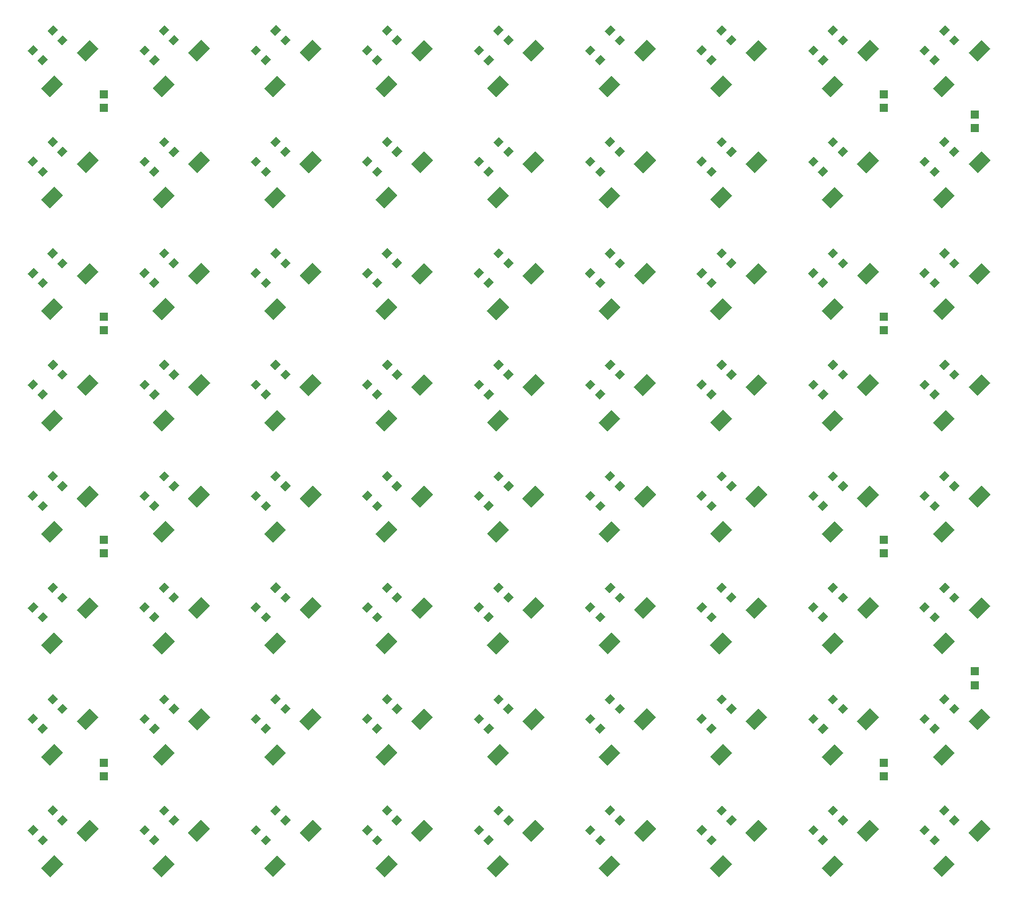
<source format=gbr>
G04 EAGLE Gerber RS-274X export*
G75*
%MOMM*%
%FSLAX34Y34*%
%LPD*%
%INSolderpaste Top*%
%IPPOS*%
%AMOC8*
5,1,8,0,0,1.08239X$1,22.5*%
G01*
%ADD10R,1.000000X1.100000*%
%ADD11R,0.850000X1.000000*%
%ADD12R,2.300000X1.600000*%


D10*
X105070Y994630D03*
X105070Y1011630D03*
X1085070Y994630D03*
X1085070Y1011630D03*
X105070Y714630D03*
X105070Y731630D03*
X1085070Y714630D03*
X1085070Y731630D03*
X105070Y434630D03*
X105070Y451630D03*
X1085070Y434630D03*
X1085070Y451630D03*
X1085070Y154630D03*
X1085070Y171630D03*
X105070Y154630D03*
X105070Y171630D03*
X1199670Y269230D03*
X1199670Y286230D03*
X1199670Y969230D03*
X1199670Y986230D03*
D11*
G36*
X17038Y1073483D02*
X23048Y1067473D01*
X15978Y1060403D01*
X9968Y1066413D01*
X17038Y1073483D01*
G37*
G36*
X41787Y1098232D02*
X47797Y1092222D01*
X40727Y1085152D01*
X34717Y1091162D01*
X41787Y1098232D01*
G37*
G36*
X29413Y1061108D02*
X35423Y1055098D01*
X28353Y1048028D01*
X22343Y1054038D01*
X29413Y1061108D01*
G37*
G36*
X54162Y1085857D02*
X60172Y1079847D01*
X53102Y1072777D01*
X47092Y1078787D01*
X54162Y1085857D01*
G37*
G36*
X893102Y932777D02*
X887092Y938787D01*
X894162Y945857D01*
X900172Y939847D01*
X893102Y932777D01*
G37*
G36*
X868353Y908028D02*
X862343Y914038D01*
X869413Y921108D01*
X875423Y915098D01*
X868353Y908028D01*
G37*
G36*
X880727Y945152D02*
X874717Y951162D01*
X881787Y958232D01*
X887797Y952222D01*
X880727Y945152D01*
G37*
G36*
X855978Y920403D02*
X849968Y926413D01*
X857038Y933483D01*
X863048Y927473D01*
X855978Y920403D01*
G37*
G36*
X753102Y932777D02*
X747092Y938787D01*
X754162Y945857D01*
X760172Y939847D01*
X753102Y932777D01*
G37*
G36*
X728353Y908028D02*
X722343Y914038D01*
X729413Y921108D01*
X735423Y915098D01*
X728353Y908028D01*
G37*
G36*
X740727Y945152D02*
X734717Y951162D01*
X741787Y958232D01*
X747797Y952222D01*
X740727Y945152D01*
G37*
G36*
X715978Y920403D02*
X709968Y926413D01*
X717038Y933483D01*
X723048Y927473D01*
X715978Y920403D01*
G37*
G36*
X613102Y932777D02*
X607092Y938787D01*
X614162Y945857D01*
X620172Y939847D01*
X613102Y932777D01*
G37*
G36*
X588353Y908028D02*
X582343Y914038D01*
X589413Y921108D01*
X595423Y915098D01*
X588353Y908028D01*
G37*
G36*
X600727Y945152D02*
X594717Y951162D01*
X601787Y958232D01*
X607797Y952222D01*
X600727Y945152D01*
G37*
G36*
X575978Y920403D02*
X569968Y926413D01*
X577038Y933483D01*
X583048Y927473D01*
X575978Y920403D01*
G37*
G36*
X473102Y932777D02*
X467092Y938787D01*
X474162Y945857D01*
X480172Y939847D01*
X473102Y932777D01*
G37*
G36*
X448353Y908028D02*
X442343Y914038D01*
X449413Y921108D01*
X455423Y915098D01*
X448353Y908028D01*
G37*
G36*
X460727Y945152D02*
X454717Y951162D01*
X461787Y958232D01*
X467797Y952222D01*
X460727Y945152D01*
G37*
G36*
X435978Y920403D02*
X429968Y926413D01*
X437038Y933483D01*
X443048Y927473D01*
X435978Y920403D01*
G37*
G36*
X333102Y932777D02*
X327092Y938787D01*
X334162Y945857D01*
X340172Y939847D01*
X333102Y932777D01*
G37*
G36*
X308353Y908028D02*
X302343Y914038D01*
X309413Y921108D01*
X315423Y915098D01*
X308353Y908028D01*
G37*
G36*
X320727Y945152D02*
X314717Y951162D01*
X321787Y958232D01*
X327797Y952222D01*
X320727Y945152D01*
G37*
G36*
X295978Y920403D02*
X289968Y926413D01*
X297038Y933483D01*
X303048Y927473D01*
X295978Y920403D01*
G37*
G36*
X193102Y932777D02*
X187092Y938787D01*
X194162Y945857D01*
X200172Y939847D01*
X193102Y932777D01*
G37*
G36*
X168353Y908028D02*
X162343Y914038D01*
X169413Y921108D01*
X175423Y915098D01*
X168353Y908028D01*
G37*
G36*
X180727Y945152D02*
X174717Y951162D01*
X181787Y958232D01*
X187797Y952222D01*
X180727Y945152D01*
G37*
G36*
X155978Y920403D02*
X149968Y926413D01*
X157038Y933483D01*
X163048Y927473D01*
X155978Y920403D01*
G37*
G36*
X53102Y932777D02*
X47092Y938787D01*
X54162Y945857D01*
X60172Y939847D01*
X53102Y932777D01*
G37*
G36*
X28353Y908028D02*
X22343Y914038D01*
X29413Y921108D01*
X35423Y915098D01*
X28353Y908028D01*
G37*
G36*
X40727Y945152D02*
X34717Y951162D01*
X41787Y958232D01*
X47797Y952222D01*
X40727Y945152D01*
G37*
G36*
X15978Y920403D02*
X9968Y926413D01*
X17038Y933483D01*
X23048Y927473D01*
X15978Y920403D01*
G37*
G36*
X17038Y793483D02*
X23048Y787473D01*
X15978Y780403D01*
X9968Y786413D01*
X17038Y793483D01*
G37*
G36*
X41787Y818232D02*
X47797Y812222D01*
X40727Y805152D01*
X34717Y811162D01*
X41787Y818232D01*
G37*
G36*
X29413Y781108D02*
X35423Y775098D01*
X28353Y768028D01*
X22343Y774038D01*
X29413Y781108D01*
G37*
G36*
X54162Y805857D02*
X60172Y799847D01*
X53102Y792777D01*
X47092Y798787D01*
X54162Y805857D01*
G37*
G36*
X157038Y793483D02*
X163048Y787473D01*
X155978Y780403D01*
X149968Y786413D01*
X157038Y793483D01*
G37*
G36*
X181787Y818232D02*
X187797Y812222D01*
X180727Y805152D01*
X174717Y811162D01*
X181787Y818232D01*
G37*
G36*
X169413Y781108D02*
X175423Y775098D01*
X168353Y768028D01*
X162343Y774038D01*
X169413Y781108D01*
G37*
G36*
X194162Y805857D02*
X200172Y799847D01*
X193102Y792777D01*
X187092Y798787D01*
X194162Y805857D01*
G37*
G36*
X297038Y793483D02*
X303048Y787473D01*
X295978Y780403D01*
X289968Y786413D01*
X297038Y793483D01*
G37*
G36*
X321787Y818232D02*
X327797Y812222D01*
X320727Y805152D01*
X314717Y811162D01*
X321787Y818232D01*
G37*
G36*
X309413Y781108D02*
X315423Y775098D01*
X308353Y768028D01*
X302343Y774038D01*
X309413Y781108D01*
G37*
G36*
X334162Y805857D02*
X340172Y799847D01*
X333102Y792777D01*
X327092Y798787D01*
X334162Y805857D01*
G37*
G36*
X157038Y1073483D02*
X163048Y1067473D01*
X155978Y1060403D01*
X149968Y1066413D01*
X157038Y1073483D01*
G37*
G36*
X181787Y1098232D02*
X187797Y1092222D01*
X180727Y1085152D01*
X174717Y1091162D01*
X181787Y1098232D01*
G37*
G36*
X169413Y1061108D02*
X175423Y1055098D01*
X168353Y1048028D01*
X162343Y1054038D01*
X169413Y1061108D01*
G37*
G36*
X194162Y1085857D02*
X200172Y1079847D01*
X193102Y1072777D01*
X187092Y1078787D01*
X194162Y1085857D01*
G37*
G36*
X437038Y793483D02*
X443048Y787473D01*
X435978Y780403D01*
X429968Y786413D01*
X437038Y793483D01*
G37*
G36*
X461787Y818232D02*
X467797Y812222D01*
X460727Y805152D01*
X454717Y811162D01*
X461787Y818232D01*
G37*
G36*
X449413Y781108D02*
X455423Y775098D01*
X448353Y768028D01*
X442343Y774038D01*
X449413Y781108D01*
G37*
G36*
X474162Y805857D02*
X480172Y799847D01*
X473102Y792777D01*
X467092Y798787D01*
X474162Y805857D01*
G37*
G36*
X577038Y793483D02*
X583048Y787473D01*
X575978Y780403D01*
X569968Y786413D01*
X577038Y793483D01*
G37*
G36*
X601787Y818232D02*
X607797Y812222D01*
X600727Y805152D01*
X594717Y811162D01*
X601787Y818232D01*
G37*
G36*
X589413Y781108D02*
X595423Y775098D01*
X588353Y768028D01*
X582343Y774038D01*
X589413Y781108D01*
G37*
G36*
X614162Y805857D02*
X620172Y799847D01*
X613102Y792777D01*
X607092Y798787D01*
X614162Y805857D01*
G37*
G36*
X717038Y793483D02*
X723048Y787473D01*
X715978Y780403D01*
X709968Y786413D01*
X717038Y793483D01*
G37*
G36*
X741787Y818232D02*
X747797Y812222D01*
X740727Y805152D01*
X734717Y811162D01*
X741787Y818232D01*
G37*
G36*
X729413Y781108D02*
X735423Y775098D01*
X728353Y768028D01*
X722343Y774038D01*
X729413Y781108D01*
G37*
G36*
X754162Y805857D02*
X760172Y799847D01*
X753102Y792777D01*
X747092Y798787D01*
X754162Y805857D01*
G37*
G36*
X857038Y793483D02*
X863048Y787473D01*
X855978Y780403D01*
X849968Y786413D01*
X857038Y793483D01*
G37*
G36*
X881787Y818232D02*
X887797Y812222D01*
X880727Y805152D01*
X874717Y811162D01*
X881787Y818232D01*
G37*
G36*
X869413Y781108D02*
X875423Y775098D01*
X868353Y768028D01*
X862343Y774038D01*
X869413Y781108D01*
G37*
G36*
X894162Y805857D02*
X900172Y799847D01*
X893102Y792777D01*
X887092Y798787D01*
X894162Y805857D01*
G37*
G36*
X997038Y793483D02*
X1003048Y787473D01*
X995978Y780403D01*
X989968Y786413D01*
X997038Y793483D01*
G37*
G36*
X1021787Y818232D02*
X1027797Y812222D01*
X1020727Y805152D01*
X1014717Y811162D01*
X1021787Y818232D01*
G37*
G36*
X1009413Y781108D02*
X1015423Y775098D01*
X1008353Y768028D01*
X1002343Y774038D01*
X1009413Y781108D01*
G37*
G36*
X1034162Y805857D02*
X1040172Y799847D01*
X1033102Y792777D01*
X1027092Y798787D01*
X1034162Y805857D01*
G37*
G36*
X1033102Y652777D02*
X1027092Y658787D01*
X1034162Y665857D01*
X1040172Y659847D01*
X1033102Y652777D01*
G37*
G36*
X1008353Y628028D02*
X1002343Y634038D01*
X1009413Y641108D01*
X1015423Y635098D01*
X1008353Y628028D01*
G37*
G36*
X1020727Y665152D02*
X1014717Y671162D01*
X1021787Y678232D01*
X1027797Y672222D01*
X1020727Y665152D01*
G37*
G36*
X995978Y640403D02*
X989968Y646413D01*
X997038Y653483D01*
X1003048Y647473D01*
X995978Y640403D01*
G37*
G36*
X893102Y652777D02*
X887092Y658787D01*
X894162Y665857D01*
X900172Y659847D01*
X893102Y652777D01*
G37*
G36*
X868353Y628028D02*
X862343Y634038D01*
X869413Y641108D01*
X875423Y635098D01*
X868353Y628028D01*
G37*
G36*
X880727Y665152D02*
X874717Y671162D01*
X881787Y678232D01*
X887797Y672222D01*
X880727Y665152D01*
G37*
G36*
X855978Y640403D02*
X849968Y646413D01*
X857038Y653483D01*
X863048Y647473D01*
X855978Y640403D01*
G37*
G36*
X753102Y652777D02*
X747092Y658787D01*
X754162Y665857D01*
X760172Y659847D01*
X753102Y652777D01*
G37*
G36*
X728353Y628028D02*
X722343Y634038D01*
X729413Y641108D01*
X735423Y635098D01*
X728353Y628028D01*
G37*
G36*
X740727Y665152D02*
X734717Y671162D01*
X741787Y678232D01*
X747797Y672222D01*
X740727Y665152D01*
G37*
G36*
X715978Y640403D02*
X709968Y646413D01*
X717038Y653483D01*
X723048Y647473D01*
X715978Y640403D01*
G37*
G36*
X613102Y652777D02*
X607092Y658787D01*
X614162Y665857D01*
X620172Y659847D01*
X613102Y652777D01*
G37*
G36*
X588353Y628028D02*
X582343Y634038D01*
X589413Y641108D01*
X595423Y635098D01*
X588353Y628028D01*
G37*
G36*
X600727Y665152D02*
X594717Y671162D01*
X601787Y678232D01*
X607797Y672222D01*
X600727Y665152D01*
G37*
G36*
X575978Y640403D02*
X569968Y646413D01*
X577038Y653483D01*
X583048Y647473D01*
X575978Y640403D01*
G37*
G36*
X473102Y652777D02*
X467092Y658787D01*
X474162Y665857D01*
X480172Y659847D01*
X473102Y652777D01*
G37*
G36*
X448353Y628028D02*
X442343Y634038D01*
X449413Y641108D01*
X455423Y635098D01*
X448353Y628028D01*
G37*
G36*
X460727Y665152D02*
X454717Y671162D01*
X461787Y678232D01*
X467797Y672222D01*
X460727Y665152D01*
G37*
G36*
X435978Y640403D02*
X429968Y646413D01*
X437038Y653483D01*
X443048Y647473D01*
X435978Y640403D01*
G37*
G36*
X297038Y1073483D02*
X303048Y1067473D01*
X295978Y1060403D01*
X289968Y1066413D01*
X297038Y1073483D01*
G37*
G36*
X321787Y1098232D02*
X327797Y1092222D01*
X320727Y1085152D01*
X314717Y1091162D01*
X321787Y1098232D01*
G37*
G36*
X309413Y1061108D02*
X315423Y1055098D01*
X308353Y1048028D01*
X302343Y1054038D01*
X309413Y1061108D01*
G37*
G36*
X334162Y1085857D02*
X340172Y1079847D01*
X333102Y1072777D01*
X327092Y1078787D01*
X334162Y1085857D01*
G37*
G36*
X333102Y652777D02*
X327092Y658787D01*
X334162Y665857D01*
X340172Y659847D01*
X333102Y652777D01*
G37*
G36*
X308353Y628028D02*
X302343Y634038D01*
X309413Y641108D01*
X315423Y635098D01*
X308353Y628028D01*
G37*
G36*
X320727Y665152D02*
X314717Y671162D01*
X321787Y678232D01*
X327797Y672222D01*
X320727Y665152D01*
G37*
G36*
X295978Y640403D02*
X289968Y646413D01*
X297038Y653483D01*
X303048Y647473D01*
X295978Y640403D01*
G37*
G36*
X193102Y652777D02*
X187092Y658787D01*
X194162Y665857D01*
X200172Y659847D01*
X193102Y652777D01*
G37*
G36*
X168353Y628028D02*
X162343Y634038D01*
X169413Y641108D01*
X175423Y635098D01*
X168353Y628028D01*
G37*
G36*
X180727Y665152D02*
X174717Y671162D01*
X181787Y678232D01*
X187797Y672222D01*
X180727Y665152D01*
G37*
G36*
X155978Y640403D02*
X149968Y646413D01*
X157038Y653483D01*
X163048Y647473D01*
X155978Y640403D01*
G37*
G36*
X53102Y652777D02*
X47092Y658787D01*
X54162Y665857D01*
X60172Y659847D01*
X53102Y652777D01*
G37*
G36*
X28353Y628028D02*
X22343Y634038D01*
X29413Y641108D01*
X35423Y635098D01*
X28353Y628028D01*
G37*
G36*
X40727Y665152D02*
X34717Y671162D01*
X41787Y678232D01*
X47797Y672222D01*
X40727Y665152D01*
G37*
G36*
X15978Y640403D02*
X9968Y646413D01*
X17038Y653483D01*
X23048Y647473D01*
X15978Y640403D01*
G37*
G36*
X17038Y513483D02*
X23048Y507473D01*
X15978Y500403D01*
X9968Y506413D01*
X17038Y513483D01*
G37*
G36*
X41787Y538232D02*
X47797Y532222D01*
X40727Y525152D01*
X34717Y531162D01*
X41787Y538232D01*
G37*
G36*
X29413Y501108D02*
X35423Y495098D01*
X28353Y488028D01*
X22343Y494038D01*
X29413Y501108D01*
G37*
G36*
X54162Y525857D02*
X60172Y519847D01*
X53102Y512777D01*
X47092Y518787D01*
X54162Y525857D01*
G37*
G36*
X157038Y513483D02*
X163048Y507473D01*
X155978Y500403D01*
X149968Y506413D01*
X157038Y513483D01*
G37*
G36*
X181787Y538232D02*
X187797Y532222D01*
X180727Y525152D01*
X174717Y531162D01*
X181787Y538232D01*
G37*
G36*
X169413Y501108D02*
X175423Y495098D01*
X168353Y488028D01*
X162343Y494038D01*
X169413Y501108D01*
G37*
G36*
X194162Y525857D02*
X200172Y519847D01*
X193102Y512777D01*
X187092Y518787D01*
X194162Y525857D01*
G37*
G36*
X297038Y513483D02*
X303048Y507473D01*
X295978Y500403D01*
X289968Y506413D01*
X297038Y513483D01*
G37*
G36*
X321787Y538232D02*
X327797Y532222D01*
X320727Y525152D01*
X314717Y531162D01*
X321787Y538232D01*
G37*
G36*
X309413Y501108D02*
X315423Y495098D01*
X308353Y488028D01*
X302343Y494038D01*
X309413Y501108D01*
G37*
G36*
X334162Y525857D02*
X340172Y519847D01*
X333102Y512777D01*
X327092Y518787D01*
X334162Y525857D01*
G37*
G36*
X437038Y513483D02*
X443048Y507473D01*
X435978Y500403D01*
X429968Y506413D01*
X437038Y513483D01*
G37*
G36*
X461787Y538232D02*
X467797Y532222D01*
X460727Y525152D01*
X454717Y531162D01*
X461787Y538232D01*
G37*
G36*
X449413Y501108D02*
X455423Y495098D01*
X448353Y488028D01*
X442343Y494038D01*
X449413Y501108D01*
G37*
G36*
X474162Y525857D02*
X480172Y519847D01*
X473102Y512777D01*
X467092Y518787D01*
X474162Y525857D01*
G37*
G36*
X577038Y513483D02*
X583048Y507473D01*
X575978Y500403D01*
X569968Y506413D01*
X577038Y513483D01*
G37*
G36*
X601787Y538232D02*
X607797Y532222D01*
X600727Y525152D01*
X594717Y531162D01*
X601787Y538232D01*
G37*
G36*
X589413Y501108D02*
X595423Y495098D01*
X588353Y488028D01*
X582343Y494038D01*
X589413Y501108D01*
G37*
G36*
X614162Y525857D02*
X620172Y519847D01*
X613102Y512777D01*
X607092Y518787D01*
X614162Y525857D01*
G37*
G36*
X717038Y513483D02*
X723048Y507473D01*
X715978Y500403D01*
X709968Y506413D01*
X717038Y513483D01*
G37*
G36*
X741787Y538232D02*
X747797Y532222D01*
X740727Y525152D01*
X734717Y531162D01*
X741787Y538232D01*
G37*
G36*
X729413Y501108D02*
X735423Y495098D01*
X728353Y488028D01*
X722343Y494038D01*
X729413Y501108D01*
G37*
G36*
X754162Y525857D02*
X760172Y519847D01*
X753102Y512777D01*
X747092Y518787D01*
X754162Y525857D01*
G37*
G36*
X857038Y513483D02*
X863048Y507473D01*
X855978Y500403D01*
X849968Y506413D01*
X857038Y513483D01*
G37*
G36*
X881787Y538232D02*
X887797Y532222D01*
X880727Y525152D01*
X874717Y531162D01*
X881787Y538232D01*
G37*
G36*
X869413Y501108D02*
X875423Y495098D01*
X868353Y488028D01*
X862343Y494038D01*
X869413Y501108D01*
G37*
G36*
X894162Y525857D02*
X900172Y519847D01*
X893102Y512777D01*
X887092Y518787D01*
X894162Y525857D01*
G37*
G36*
X437038Y1073483D02*
X443048Y1067473D01*
X435978Y1060403D01*
X429968Y1066413D01*
X437038Y1073483D01*
G37*
G36*
X461787Y1098232D02*
X467797Y1092222D01*
X460727Y1085152D01*
X454717Y1091162D01*
X461787Y1098232D01*
G37*
G36*
X449413Y1061108D02*
X455423Y1055098D01*
X448353Y1048028D01*
X442343Y1054038D01*
X449413Y1061108D01*
G37*
G36*
X474162Y1085857D02*
X480172Y1079847D01*
X473102Y1072777D01*
X467092Y1078787D01*
X474162Y1085857D01*
G37*
G36*
X997038Y513483D02*
X1003048Y507473D01*
X995978Y500403D01*
X989968Y506413D01*
X997038Y513483D01*
G37*
G36*
X1021787Y538232D02*
X1027797Y532222D01*
X1020727Y525152D01*
X1014717Y531162D01*
X1021787Y538232D01*
G37*
G36*
X1009413Y501108D02*
X1015423Y495098D01*
X1008353Y488028D01*
X1002343Y494038D01*
X1009413Y501108D01*
G37*
G36*
X1034162Y525857D02*
X1040172Y519847D01*
X1033102Y512777D01*
X1027092Y518787D01*
X1034162Y525857D01*
G37*
G36*
X1033102Y372777D02*
X1027092Y378787D01*
X1034162Y385857D01*
X1040172Y379847D01*
X1033102Y372777D01*
G37*
G36*
X1008353Y348028D02*
X1002343Y354038D01*
X1009413Y361108D01*
X1015423Y355098D01*
X1008353Y348028D01*
G37*
G36*
X1020727Y385152D02*
X1014717Y391162D01*
X1021787Y398232D01*
X1027797Y392222D01*
X1020727Y385152D01*
G37*
G36*
X995978Y360403D02*
X989968Y366413D01*
X997038Y373483D01*
X1003048Y367473D01*
X995978Y360403D01*
G37*
G36*
X893102Y372777D02*
X887092Y378787D01*
X894162Y385857D01*
X900172Y379847D01*
X893102Y372777D01*
G37*
G36*
X868353Y348028D02*
X862343Y354038D01*
X869413Y361108D01*
X875423Y355098D01*
X868353Y348028D01*
G37*
G36*
X880727Y385152D02*
X874717Y391162D01*
X881787Y398232D01*
X887797Y392222D01*
X880727Y385152D01*
G37*
G36*
X855978Y360403D02*
X849968Y366413D01*
X857038Y373483D01*
X863048Y367473D01*
X855978Y360403D01*
G37*
G36*
X753102Y372777D02*
X747092Y378787D01*
X754162Y385857D01*
X760172Y379847D01*
X753102Y372777D01*
G37*
G36*
X728353Y348028D02*
X722343Y354038D01*
X729413Y361108D01*
X735423Y355098D01*
X728353Y348028D01*
G37*
G36*
X740727Y385152D02*
X734717Y391162D01*
X741787Y398232D01*
X747797Y392222D01*
X740727Y385152D01*
G37*
G36*
X715978Y360403D02*
X709968Y366413D01*
X717038Y373483D01*
X723048Y367473D01*
X715978Y360403D01*
G37*
G36*
X613102Y372777D02*
X607092Y378787D01*
X614162Y385857D01*
X620172Y379847D01*
X613102Y372777D01*
G37*
G36*
X588353Y348028D02*
X582343Y354038D01*
X589413Y361108D01*
X595423Y355098D01*
X588353Y348028D01*
G37*
G36*
X600727Y385152D02*
X594717Y391162D01*
X601787Y398232D01*
X607797Y392222D01*
X600727Y385152D01*
G37*
G36*
X575978Y360403D02*
X569968Y366413D01*
X577038Y373483D01*
X583048Y367473D01*
X575978Y360403D01*
G37*
G36*
X473102Y372777D02*
X467092Y378787D01*
X474162Y385857D01*
X480172Y379847D01*
X473102Y372777D01*
G37*
G36*
X448353Y348028D02*
X442343Y354038D01*
X449413Y361108D01*
X455423Y355098D01*
X448353Y348028D01*
G37*
G36*
X460727Y385152D02*
X454717Y391162D01*
X461787Y398232D01*
X467797Y392222D01*
X460727Y385152D01*
G37*
G36*
X435978Y360403D02*
X429968Y366413D01*
X437038Y373483D01*
X443048Y367473D01*
X435978Y360403D01*
G37*
G36*
X333102Y372777D02*
X327092Y378787D01*
X334162Y385857D01*
X340172Y379847D01*
X333102Y372777D01*
G37*
G36*
X308353Y348028D02*
X302343Y354038D01*
X309413Y361108D01*
X315423Y355098D01*
X308353Y348028D01*
G37*
G36*
X320727Y385152D02*
X314717Y391162D01*
X321787Y398232D01*
X327797Y392222D01*
X320727Y385152D01*
G37*
G36*
X295978Y360403D02*
X289968Y366413D01*
X297038Y373483D01*
X303048Y367473D01*
X295978Y360403D01*
G37*
G36*
X193102Y372777D02*
X187092Y378787D01*
X194162Y385857D01*
X200172Y379847D01*
X193102Y372777D01*
G37*
G36*
X168353Y348028D02*
X162343Y354038D01*
X169413Y361108D01*
X175423Y355098D01*
X168353Y348028D01*
G37*
G36*
X180727Y385152D02*
X174717Y391162D01*
X181787Y398232D01*
X187797Y392222D01*
X180727Y385152D01*
G37*
G36*
X155978Y360403D02*
X149968Y366413D01*
X157038Y373483D01*
X163048Y367473D01*
X155978Y360403D01*
G37*
G36*
X53102Y372777D02*
X47092Y378787D01*
X54162Y385857D01*
X60172Y379847D01*
X53102Y372777D01*
G37*
G36*
X28353Y348028D02*
X22343Y354038D01*
X29413Y361108D01*
X35423Y355098D01*
X28353Y348028D01*
G37*
G36*
X40727Y385152D02*
X34717Y391162D01*
X41787Y398232D01*
X47797Y392222D01*
X40727Y385152D01*
G37*
G36*
X15978Y360403D02*
X9968Y366413D01*
X17038Y373483D01*
X23048Y367473D01*
X15978Y360403D01*
G37*
G36*
X17038Y233483D02*
X23048Y227473D01*
X15978Y220403D01*
X9968Y226413D01*
X17038Y233483D01*
G37*
G36*
X41787Y258232D02*
X47797Y252222D01*
X40727Y245152D01*
X34717Y251162D01*
X41787Y258232D01*
G37*
G36*
X29413Y221108D02*
X35423Y215098D01*
X28353Y208028D01*
X22343Y214038D01*
X29413Y221108D01*
G37*
G36*
X54162Y245857D02*
X60172Y239847D01*
X53102Y232777D01*
X47092Y238787D01*
X54162Y245857D01*
G37*
G36*
X577038Y1073483D02*
X583048Y1067473D01*
X575978Y1060403D01*
X569968Y1066413D01*
X577038Y1073483D01*
G37*
G36*
X601787Y1098232D02*
X607797Y1092222D01*
X600727Y1085152D01*
X594717Y1091162D01*
X601787Y1098232D01*
G37*
G36*
X589413Y1061108D02*
X595423Y1055098D01*
X588353Y1048028D01*
X582343Y1054038D01*
X589413Y1061108D01*
G37*
G36*
X614162Y1085857D02*
X620172Y1079847D01*
X613102Y1072777D01*
X607092Y1078787D01*
X614162Y1085857D01*
G37*
G36*
X157038Y233483D02*
X163048Y227473D01*
X155978Y220403D01*
X149968Y226413D01*
X157038Y233483D01*
G37*
G36*
X181787Y258232D02*
X187797Y252222D01*
X180727Y245152D01*
X174717Y251162D01*
X181787Y258232D01*
G37*
G36*
X169413Y221108D02*
X175423Y215098D01*
X168353Y208028D01*
X162343Y214038D01*
X169413Y221108D01*
G37*
G36*
X194162Y245857D02*
X200172Y239847D01*
X193102Y232777D01*
X187092Y238787D01*
X194162Y245857D01*
G37*
G36*
X297038Y233483D02*
X303048Y227473D01*
X295978Y220403D01*
X289968Y226413D01*
X297038Y233483D01*
G37*
G36*
X321787Y258232D02*
X327797Y252222D01*
X320727Y245152D01*
X314717Y251162D01*
X321787Y258232D01*
G37*
G36*
X309413Y221108D02*
X315423Y215098D01*
X308353Y208028D01*
X302343Y214038D01*
X309413Y221108D01*
G37*
G36*
X334162Y245857D02*
X340172Y239847D01*
X333102Y232777D01*
X327092Y238787D01*
X334162Y245857D01*
G37*
G36*
X437038Y233483D02*
X443048Y227473D01*
X435978Y220403D01*
X429968Y226413D01*
X437038Y233483D01*
G37*
G36*
X461787Y258232D02*
X467797Y252222D01*
X460727Y245152D01*
X454717Y251162D01*
X461787Y258232D01*
G37*
G36*
X449413Y221108D02*
X455423Y215098D01*
X448353Y208028D01*
X442343Y214038D01*
X449413Y221108D01*
G37*
G36*
X474162Y245857D02*
X480172Y239847D01*
X473102Y232777D01*
X467092Y238787D01*
X474162Y245857D01*
G37*
G36*
X577038Y233483D02*
X583048Y227473D01*
X575978Y220403D01*
X569968Y226413D01*
X577038Y233483D01*
G37*
G36*
X601787Y258232D02*
X607797Y252222D01*
X600727Y245152D01*
X594717Y251162D01*
X601787Y258232D01*
G37*
G36*
X589413Y221108D02*
X595423Y215098D01*
X588353Y208028D01*
X582343Y214038D01*
X589413Y221108D01*
G37*
G36*
X614162Y245857D02*
X620172Y239847D01*
X613102Y232777D01*
X607092Y238787D01*
X614162Y245857D01*
G37*
G36*
X717038Y233483D02*
X723048Y227473D01*
X715978Y220403D01*
X709968Y226413D01*
X717038Y233483D01*
G37*
G36*
X741787Y258232D02*
X747797Y252222D01*
X740727Y245152D01*
X734717Y251162D01*
X741787Y258232D01*
G37*
G36*
X729413Y221108D02*
X735423Y215098D01*
X728353Y208028D01*
X722343Y214038D01*
X729413Y221108D01*
G37*
G36*
X754162Y245857D02*
X760172Y239847D01*
X753102Y232777D01*
X747092Y238787D01*
X754162Y245857D01*
G37*
G36*
X857038Y233483D02*
X863048Y227473D01*
X855978Y220403D01*
X849968Y226413D01*
X857038Y233483D01*
G37*
G36*
X881787Y258232D02*
X887797Y252222D01*
X880727Y245152D01*
X874717Y251162D01*
X881787Y258232D01*
G37*
G36*
X869413Y221108D02*
X875423Y215098D01*
X868353Y208028D01*
X862343Y214038D01*
X869413Y221108D01*
G37*
G36*
X894162Y245857D02*
X900172Y239847D01*
X893102Y232777D01*
X887092Y238787D01*
X894162Y245857D01*
G37*
G36*
X997038Y233483D02*
X1003048Y227473D01*
X995978Y220403D01*
X989968Y226413D01*
X997038Y233483D01*
G37*
G36*
X1021787Y258232D02*
X1027797Y252222D01*
X1020727Y245152D01*
X1014717Y251162D01*
X1021787Y258232D01*
G37*
G36*
X1009413Y221108D02*
X1015423Y215098D01*
X1008353Y208028D01*
X1002343Y214038D01*
X1009413Y221108D01*
G37*
G36*
X1034162Y245857D02*
X1040172Y239847D01*
X1033102Y232777D01*
X1027092Y238787D01*
X1034162Y245857D01*
G37*
G36*
X1033102Y92777D02*
X1027092Y98787D01*
X1034162Y105857D01*
X1040172Y99847D01*
X1033102Y92777D01*
G37*
G36*
X1008353Y68028D02*
X1002343Y74038D01*
X1009413Y81108D01*
X1015423Y75098D01*
X1008353Y68028D01*
G37*
G36*
X1020727Y105152D02*
X1014717Y111162D01*
X1021787Y118232D01*
X1027797Y112222D01*
X1020727Y105152D01*
G37*
G36*
X995978Y80403D02*
X989968Y86413D01*
X997038Y93483D01*
X1003048Y87473D01*
X995978Y80403D01*
G37*
G36*
X893102Y92777D02*
X887092Y98787D01*
X894162Y105857D01*
X900172Y99847D01*
X893102Y92777D01*
G37*
G36*
X868353Y68028D02*
X862343Y74038D01*
X869413Y81108D01*
X875423Y75098D01*
X868353Y68028D01*
G37*
G36*
X880727Y105152D02*
X874717Y111162D01*
X881787Y118232D01*
X887797Y112222D01*
X880727Y105152D01*
G37*
G36*
X855978Y80403D02*
X849968Y86413D01*
X857038Y93483D01*
X863048Y87473D01*
X855978Y80403D01*
G37*
G36*
X753102Y92777D02*
X747092Y98787D01*
X754162Y105857D01*
X760172Y99847D01*
X753102Y92777D01*
G37*
G36*
X728353Y68028D02*
X722343Y74038D01*
X729413Y81108D01*
X735423Y75098D01*
X728353Y68028D01*
G37*
G36*
X740727Y105152D02*
X734717Y111162D01*
X741787Y118232D01*
X747797Y112222D01*
X740727Y105152D01*
G37*
G36*
X715978Y80403D02*
X709968Y86413D01*
X717038Y93483D01*
X723048Y87473D01*
X715978Y80403D01*
G37*
G36*
X717038Y1073483D02*
X723048Y1067473D01*
X715978Y1060403D01*
X709968Y1066413D01*
X717038Y1073483D01*
G37*
G36*
X741787Y1098232D02*
X747797Y1092222D01*
X740727Y1085152D01*
X734717Y1091162D01*
X741787Y1098232D01*
G37*
G36*
X729413Y1061108D02*
X735423Y1055098D01*
X728353Y1048028D01*
X722343Y1054038D01*
X729413Y1061108D01*
G37*
G36*
X754162Y1085857D02*
X760172Y1079847D01*
X753102Y1072777D01*
X747092Y1078787D01*
X754162Y1085857D01*
G37*
G36*
X613102Y92777D02*
X607092Y98787D01*
X614162Y105857D01*
X620172Y99847D01*
X613102Y92777D01*
G37*
G36*
X588353Y68028D02*
X582343Y74038D01*
X589413Y81108D01*
X595423Y75098D01*
X588353Y68028D01*
G37*
G36*
X600727Y105152D02*
X594717Y111162D01*
X601787Y118232D01*
X607797Y112222D01*
X600727Y105152D01*
G37*
G36*
X575978Y80403D02*
X569968Y86413D01*
X577038Y93483D01*
X583048Y87473D01*
X575978Y80403D01*
G37*
G36*
X473102Y92777D02*
X467092Y98787D01*
X474162Y105857D01*
X480172Y99847D01*
X473102Y92777D01*
G37*
G36*
X448353Y68028D02*
X442343Y74038D01*
X449413Y81108D01*
X455423Y75098D01*
X448353Y68028D01*
G37*
G36*
X460727Y105152D02*
X454717Y111162D01*
X461787Y118232D01*
X467797Y112222D01*
X460727Y105152D01*
G37*
G36*
X435978Y80403D02*
X429968Y86413D01*
X437038Y93483D01*
X443048Y87473D01*
X435978Y80403D01*
G37*
G36*
X333102Y92777D02*
X327092Y98787D01*
X334162Y105857D01*
X340172Y99847D01*
X333102Y92777D01*
G37*
G36*
X308353Y68028D02*
X302343Y74038D01*
X309413Y81108D01*
X315423Y75098D01*
X308353Y68028D01*
G37*
G36*
X320727Y105152D02*
X314717Y111162D01*
X321787Y118232D01*
X327797Y112222D01*
X320727Y105152D01*
G37*
G36*
X295978Y80403D02*
X289968Y86413D01*
X297038Y93483D01*
X303048Y87473D01*
X295978Y80403D01*
G37*
G36*
X193102Y92777D02*
X187092Y98787D01*
X194162Y105857D01*
X200172Y99847D01*
X193102Y92777D01*
G37*
G36*
X168353Y68028D02*
X162343Y74038D01*
X169413Y81108D01*
X175423Y75098D01*
X168353Y68028D01*
G37*
G36*
X180727Y105152D02*
X174717Y111162D01*
X181787Y118232D01*
X187797Y112222D01*
X180727Y105152D01*
G37*
G36*
X155978Y80403D02*
X149968Y86413D01*
X157038Y93483D01*
X163048Y87473D01*
X155978Y80403D01*
G37*
G36*
X53102Y92777D02*
X47092Y98787D01*
X54162Y105857D01*
X60172Y99847D01*
X53102Y92777D01*
G37*
G36*
X28353Y68028D02*
X22343Y74038D01*
X29413Y81108D01*
X35423Y75098D01*
X28353Y68028D01*
G37*
G36*
X40727Y105152D02*
X34717Y111162D01*
X41787Y118232D01*
X47797Y112222D01*
X40727Y105152D01*
G37*
G36*
X15978Y80403D02*
X9968Y86413D01*
X17038Y93483D01*
X23048Y87473D01*
X15978Y80403D01*
G37*
G36*
X1173102Y92777D02*
X1167092Y98787D01*
X1174162Y105857D01*
X1180172Y99847D01*
X1173102Y92777D01*
G37*
G36*
X1148353Y68028D02*
X1142343Y74038D01*
X1149413Y81108D01*
X1155423Y75098D01*
X1148353Y68028D01*
G37*
G36*
X1160727Y105152D02*
X1154717Y111162D01*
X1161787Y118232D01*
X1167797Y112222D01*
X1160727Y105152D01*
G37*
G36*
X1135978Y80403D02*
X1129968Y86413D01*
X1137038Y93483D01*
X1143048Y87473D01*
X1135978Y80403D01*
G37*
G36*
X1173102Y232777D02*
X1167092Y238787D01*
X1174162Y245857D01*
X1180172Y239847D01*
X1173102Y232777D01*
G37*
G36*
X1148353Y208028D02*
X1142343Y214038D01*
X1149413Y221108D01*
X1155423Y215098D01*
X1148353Y208028D01*
G37*
G36*
X1160727Y245152D02*
X1154717Y251162D01*
X1161787Y258232D01*
X1167797Y252222D01*
X1160727Y245152D01*
G37*
G36*
X1135978Y220403D02*
X1129968Y226413D01*
X1137038Y233483D01*
X1143048Y227473D01*
X1135978Y220403D01*
G37*
G36*
X1173102Y372777D02*
X1167092Y378787D01*
X1174162Y385857D01*
X1180172Y379847D01*
X1173102Y372777D01*
G37*
G36*
X1148353Y348028D02*
X1142343Y354038D01*
X1149413Y361108D01*
X1155423Y355098D01*
X1148353Y348028D01*
G37*
G36*
X1160727Y385152D02*
X1154717Y391162D01*
X1161787Y398232D01*
X1167797Y392222D01*
X1160727Y385152D01*
G37*
G36*
X1135978Y360403D02*
X1129968Y366413D01*
X1137038Y373483D01*
X1143048Y367473D01*
X1135978Y360403D01*
G37*
G36*
X1173102Y512777D02*
X1167092Y518787D01*
X1174162Y525857D01*
X1180172Y519847D01*
X1173102Y512777D01*
G37*
G36*
X1148353Y488028D02*
X1142343Y494038D01*
X1149413Y501108D01*
X1155423Y495098D01*
X1148353Y488028D01*
G37*
G36*
X1160727Y525152D02*
X1154717Y531162D01*
X1161787Y538232D01*
X1167797Y532222D01*
X1160727Y525152D01*
G37*
G36*
X1135978Y500403D02*
X1129968Y506413D01*
X1137038Y513483D01*
X1143048Y507473D01*
X1135978Y500403D01*
G37*
G36*
X1173102Y652777D02*
X1167092Y658787D01*
X1174162Y665857D01*
X1180172Y659847D01*
X1173102Y652777D01*
G37*
G36*
X1148353Y628028D02*
X1142343Y634038D01*
X1149413Y641108D01*
X1155423Y635098D01*
X1148353Y628028D01*
G37*
G36*
X1160727Y665152D02*
X1154717Y671162D01*
X1161787Y678232D01*
X1167797Y672222D01*
X1160727Y665152D01*
G37*
G36*
X1135978Y640403D02*
X1129968Y646413D01*
X1137038Y653483D01*
X1143048Y647473D01*
X1135978Y640403D01*
G37*
G36*
X857038Y1073483D02*
X863048Y1067473D01*
X855978Y1060403D01*
X849968Y1066413D01*
X857038Y1073483D01*
G37*
G36*
X881787Y1098232D02*
X887797Y1092222D01*
X880727Y1085152D01*
X874717Y1091162D01*
X881787Y1098232D01*
G37*
G36*
X869413Y1061108D02*
X875423Y1055098D01*
X868353Y1048028D01*
X862343Y1054038D01*
X869413Y1061108D01*
G37*
G36*
X894162Y1085857D02*
X900172Y1079847D01*
X893102Y1072777D01*
X887092Y1078787D01*
X894162Y1085857D01*
G37*
G36*
X1173102Y792777D02*
X1167092Y798787D01*
X1174162Y805857D01*
X1180172Y799847D01*
X1173102Y792777D01*
G37*
G36*
X1148353Y768028D02*
X1142343Y774038D01*
X1149413Y781108D01*
X1155423Y775098D01*
X1148353Y768028D01*
G37*
G36*
X1160727Y805152D02*
X1154717Y811162D01*
X1161787Y818232D01*
X1167797Y812222D01*
X1160727Y805152D01*
G37*
G36*
X1135978Y780403D02*
X1129968Y786413D01*
X1137038Y793483D01*
X1143048Y787473D01*
X1135978Y780403D01*
G37*
G36*
X1173102Y932777D02*
X1167092Y938787D01*
X1174162Y945857D01*
X1180172Y939847D01*
X1173102Y932777D01*
G37*
G36*
X1148353Y908028D02*
X1142343Y914038D01*
X1149413Y921108D01*
X1155423Y915098D01*
X1148353Y908028D01*
G37*
G36*
X1160727Y945152D02*
X1154717Y951162D01*
X1161787Y958232D01*
X1167797Y952222D01*
X1160727Y945152D01*
G37*
G36*
X1135978Y920403D02*
X1129968Y926413D01*
X1137038Y933483D01*
X1143048Y927473D01*
X1135978Y920403D01*
G37*
G36*
X1137038Y1073483D02*
X1143048Y1067473D01*
X1135978Y1060403D01*
X1129968Y1066413D01*
X1137038Y1073483D01*
G37*
G36*
X1161787Y1098232D02*
X1167797Y1092222D01*
X1160727Y1085152D01*
X1154717Y1091162D01*
X1161787Y1098232D01*
G37*
G36*
X1149413Y1061108D02*
X1155423Y1055098D01*
X1148353Y1048028D01*
X1142343Y1054038D01*
X1149413Y1061108D01*
G37*
G36*
X1174162Y1085857D02*
X1180172Y1079847D01*
X1173102Y1072777D01*
X1167092Y1078787D01*
X1174162Y1085857D01*
G37*
G36*
X997038Y1073483D02*
X1003048Y1067473D01*
X995978Y1060403D01*
X989968Y1066413D01*
X997038Y1073483D01*
G37*
G36*
X1021787Y1098232D02*
X1027797Y1092222D01*
X1020727Y1085152D01*
X1014717Y1091162D01*
X1021787Y1098232D01*
G37*
G36*
X1009413Y1061108D02*
X1015423Y1055098D01*
X1008353Y1048028D01*
X1002343Y1054038D01*
X1009413Y1061108D01*
G37*
G36*
X1034162Y1085857D02*
X1040172Y1079847D01*
X1033102Y1072777D01*
X1027092Y1078787D01*
X1034162Y1085857D01*
G37*
G36*
X1033102Y932777D02*
X1027092Y938787D01*
X1034162Y945857D01*
X1040172Y939847D01*
X1033102Y932777D01*
G37*
G36*
X1008353Y908028D02*
X1002343Y914038D01*
X1009413Y921108D01*
X1015423Y915098D01*
X1008353Y908028D01*
G37*
G36*
X1020727Y945152D02*
X1014717Y951162D01*
X1021787Y958232D01*
X1027797Y952222D01*
X1020727Y945152D01*
G37*
G36*
X995978Y920403D02*
X989968Y926413D01*
X997038Y933483D01*
X1003048Y927473D01*
X995978Y920403D01*
G37*
D12*
G36*
X98922Y1068708D02*
X82660Y1052446D01*
X71346Y1063760D01*
X87608Y1080022D01*
X98922Y1068708D01*
G37*
G36*
X54374Y1024160D02*
X38112Y1007898D01*
X26798Y1019212D01*
X43060Y1035474D01*
X54374Y1024160D01*
G37*
G36*
X238922Y928708D02*
X222660Y912446D01*
X211346Y923760D01*
X227608Y940022D01*
X238922Y928708D01*
G37*
G36*
X194374Y884160D02*
X178112Y867898D01*
X166798Y879212D01*
X183060Y895474D01*
X194374Y884160D01*
G37*
G36*
X378922Y928708D02*
X362660Y912446D01*
X351346Y923760D01*
X367608Y940022D01*
X378922Y928708D01*
G37*
G36*
X334374Y884160D02*
X318112Y867898D01*
X306798Y879212D01*
X323060Y895474D01*
X334374Y884160D01*
G37*
G36*
X518922Y928708D02*
X502660Y912446D01*
X491346Y923760D01*
X507608Y940022D01*
X518922Y928708D01*
G37*
G36*
X474374Y884160D02*
X458112Y867898D01*
X446798Y879212D01*
X463060Y895474D01*
X474374Y884160D01*
G37*
G36*
X658922Y928708D02*
X642660Y912446D01*
X631346Y923760D01*
X647608Y940022D01*
X658922Y928708D01*
G37*
G36*
X614374Y884160D02*
X598112Y867898D01*
X586798Y879212D01*
X603060Y895474D01*
X614374Y884160D01*
G37*
G36*
X798922Y928708D02*
X782660Y912446D01*
X771346Y923760D01*
X787608Y940022D01*
X798922Y928708D01*
G37*
G36*
X754374Y884160D02*
X738112Y867898D01*
X726798Y879212D01*
X743060Y895474D01*
X754374Y884160D01*
G37*
G36*
X938922Y928708D02*
X922660Y912446D01*
X911346Y923760D01*
X927608Y940022D01*
X938922Y928708D01*
G37*
G36*
X894374Y884160D02*
X878112Y867898D01*
X866798Y879212D01*
X883060Y895474D01*
X894374Y884160D01*
G37*
G36*
X1078922Y928708D02*
X1062660Y912446D01*
X1051346Y923760D01*
X1067608Y940022D01*
X1078922Y928708D01*
G37*
G36*
X1034374Y884160D02*
X1018112Y867898D01*
X1006798Y879212D01*
X1023060Y895474D01*
X1034374Y884160D01*
G37*
G36*
X98922Y788708D02*
X82660Y772446D01*
X71346Y783760D01*
X87608Y800022D01*
X98922Y788708D01*
G37*
G36*
X54374Y744160D02*
X38112Y727898D01*
X26798Y739212D01*
X43060Y755474D01*
X54374Y744160D01*
G37*
G36*
X238922Y788708D02*
X222660Y772446D01*
X211346Y783760D01*
X227608Y800022D01*
X238922Y788708D01*
G37*
G36*
X194374Y744160D02*
X178112Y727898D01*
X166798Y739212D01*
X183060Y755474D01*
X194374Y744160D01*
G37*
G36*
X378922Y788708D02*
X362660Y772446D01*
X351346Y783760D01*
X367608Y800022D01*
X378922Y788708D01*
G37*
G36*
X334374Y744160D02*
X318112Y727898D01*
X306798Y739212D01*
X323060Y755474D01*
X334374Y744160D01*
G37*
G36*
X238922Y1068708D02*
X222660Y1052446D01*
X211346Y1063760D01*
X227608Y1080022D01*
X238922Y1068708D01*
G37*
G36*
X194374Y1024160D02*
X178112Y1007898D01*
X166798Y1019212D01*
X183060Y1035474D01*
X194374Y1024160D01*
G37*
G36*
X518922Y788708D02*
X502660Y772446D01*
X491346Y783760D01*
X507608Y800022D01*
X518922Y788708D01*
G37*
G36*
X474374Y744160D02*
X458112Y727898D01*
X446798Y739212D01*
X463060Y755474D01*
X474374Y744160D01*
G37*
G36*
X658922Y788708D02*
X642660Y772446D01*
X631346Y783760D01*
X647608Y800022D01*
X658922Y788708D01*
G37*
G36*
X614374Y744160D02*
X598112Y727898D01*
X586798Y739212D01*
X603060Y755474D01*
X614374Y744160D01*
G37*
G36*
X798922Y788708D02*
X782660Y772446D01*
X771346Y783760D01*
X787608Y800022D01*
X798922Y788708D01*
G37*
G36*
X754374Y744160D02*
X738112Y727898D01*
X726798Y739212D01*
X743060Y755474D01*
X754374Y744160D01*
G37*
G36*
X938922Y788708D02*
X922660Y772446D01*
X911346Y783760D01*
X927608Y800022D01*
X938922Y788708D01*
G37*
G36*
X894374Y744160D02*
X878112Y727898D01*
X866798Y739212D01*
X883060Y755474D01*
X894374Y744160D01*
G37*
G36*
X1078922Y788708D02*
X1062660Y772446D01*
X1051346Y783760D01*
X1067608Y800022D01*
X1078922Y788708D01*
G37*
G36*
X1034374Y744160D02*
X1018112Y727898D01*
X1006798Y739212D01*
X1023060Y755474D01*
X1034374Y744160D01*
G37*
G36*
X98922Y648708D02*
X82660Y632446D01*
X71346Y643760D01*
X87608Y660022D01*
X98922Y648708D01*
G37*
G36*
X54374Y604160D02*
X38112Y587898D01*
X26798Y599212D01*
X43060Y615474D01*
X54374Y604160D01*
G37*
G36*
X238922Y648708D02*
X222660Y632446D01*
X211346Y643760D01*
X227608Y660022D01*
X238922Y648708D01*
G37*
G36*
X194374Y604160D02*
X178112Y587898D01*
X166798Y599212D01*
X183060Y615474D01*
X194374Y604160D01*
G37*
G36*
X378922Y648708D02*
X362660Y632446D01*
X351346Y643760D01*
X367608Y660022D01*
X378922Y648708D01*
G37*
G36*
X334374Y604160D02*
X318112Y587898D01*
X306798Y599212D01*
X323060Y615474D01*
X334374Y604160D01*
G37*
G36*
X518922Y648708D02*
X502660Y632446D01*
X491346Y643760D01*
X507608Y660022D01*
X518922Y648708D01*
G37*
G36*
X474374Y604160D02*
X458112Y587898D01*
X446798Y599212D01*
X463060Y615474D01*
X474374Y604160D01*
G37*
G36*
X658922Y648708D02*
X642660Y632446D01*
X631346Y643760D01*
X647608Y660022D01*
X658922Y648708D01*
G37*
G36*
X614374Y604160D02*
X598112Y587898D01*
X586798Y599212D01*
X603060Y615474D01*
X614374Y604160D01*
G37*
G36*
X378922Y1068708D02*
X362660Y1052446D01*
X351346Y1063760D01*
X367608Y1080022D01*
X378922Y1068708D01*
G37*
G36*
X334374Y1024160D02*
X318112Y1007898D01*
X306798Y1019212D01*
X323060Y1035474D01*
X334374Y1024160D01*
G37*
G36*
X798922Y648708D02*
X782660Y632446D01*
X771346Y643760D01*
X787608Y660022D01*
X798922Y648708D01*
G37*
G36*
X754374Y604160D02*
X738112Y587898D01*
X726798Y599212D01*
X743060Y615474D01*
X754374Y604160D01*
G37*
G36*
X938922Y648708D02*
X922660Y632446D01*
X911346Y643760D01*
X927608Y660022D01*
X938922Y648708D01*
G37*
G36*
X894374Y604160D02*
X878112Y587898D01*
X866798Y599212D01*
X883060Y615474D01*
X894374Y604160D01*
G37*
G36*
X1078922Y648708D02*
X1062660Y632446D01*
X1051346Y643760D01*
X1067608Y660022D01*
X1078922Y648708D01*
G37*
G36*
X1034374Y604160D02*
X1018112Y587898D01*
X1006798Y599212D01*
X1023060Y615474D01*
X1034374Y604160D01*
G37*
G36*
X98922Y508708D02*
X82660Y492446D01*
X71346Y503760D01*
X87608Y520022D01*
X98922Y508708D01*
G37*
G36*
X54374Y464160D02*
X38112Y447898D01*
X26798Y459212D01*
X43060Y475474D01*
X54374Y464160D01*
G37*
G36*
X238922Y508708D02*
X222660Y492446D01*
X211346Y503760D01*
X227608Y520022D01*
X238922Y508708D01*
G37*
G36*
X194374Y464160D02*
X178112Y447898D01*
X166798Y459212D01*
X183060Y475474D01*
X194374Y464160D01*
G37*
G36*
X378922Y508708D02*
X362660Y492446D01*
X351346Y503760D01*
X367608Y520022D01*
X378922Y508708D01*
G37*
G36*
X334374Y464160D02*
X318112Y447898D01*
X306798Y459212D01*
X323060Y475474D01*
X334374Y464160D01*
G37*
G36*
X518922Y508708D02*
X502660Y492446D01*
X491346Y503760D01*
X507608Y520022D01*
X518922Y508708D01*
G37*
G36*
X474374Y464160D02*
X458112Y447898D01*
X446798Y459212D01*
X463060Y475474D01*
X474374Y464160D01*
G37*
G36*
X658922Y508708D02*
X642660Y492446D01*
X631346Y503760D01*
X647608Y520022D01*
X658922Y508708D01*
G37*
G36*
X614374Y464160D02*
X598112Y447898D01*
X586798Y459212D01*
X603060Y475474D01*
X614374Y464160D01*
G37*
G36*
X798922Y508708D02*
X782660Y492446D01*
X771346Y503760D01*
X787608Y520022D01*
X798922Y508708D01*
G37*
G36*
X754374Y464160D02*
X738112Y447898D01*
X726798Y459212D01*
X743060Y475474D01*
X754374Y464160D01*
G37*
G36*
X938922Y508708D02*
X922660Y492446D01*
X911346Y503760D01*
X927608Y520022D01*
X938922Y508708D01*
G37*
G36*
X894374Y464160D02*
X878112Y447898D01*
X866798Y459212D01*
X883060Y475474D01*
X894374Y464160D01*
G37*
G36*
X518922Y1068708D02*
X502660Y1052446D01*
X491346Y1063760D01*
X507608Y1080022D01*
X518922Y1068708D01*
G37*
G36*
X474374Y1024160D02*
X458112Y1007898D01*
X446798Y1019212D01*
X463060Y1035474D01*
X474374Y1024160D01*
G37*
G36*
X1078922Y508708D02*
X1062660Y492446D01*
X1051346Y503760D01*
X1067608Y520022D01*
X1078922Y508708D01*
G37*
G36*
X1034374Y464160D02*
X1018112Y447898D01*
X1006798Y459212D01*
X1023060Y475474D01*
X1034374Y464160D01*
G37*
G36*
X98922Y368708D02*
X82660Y352446D01*
X71346Y363760D01*
X87608Y380022D01*
X98922Y368708D01*
G37*
G36*
X54374Y324160D02*
X38112Y307898D01*
X26798Y319212D01*
X43060Y335474D01*
X54374Y324160D01*
G37*
G36*
X238922Y368708D02*
X222660Y352446D01*
X211346Y363760D01*
X227608Y380022D01*
X238922Y368708D01*
G37*
G36*
X194374Y324160D02*
X178112Y307898D01*
X166798Y319212D01*
X183060Y335474D01*
X194374Y324160D01*
G37*
G36*
X378922Y368708D02*
X362660Y352446D01*
X351346Y363760D01*
X367608Y380022D01*
X378922Y368708D01*
G37*
G36*
X334374Y324160D02*
X318112Y307898D01*
X306798Y319212D01*
X323060Y335474D01*
X334374Y324160D01*
G37*
G36*
X518922Y368708D02*
X502660Y352446D01*
X491346Y363760D01*
X507608Y380022D01*
X518922Y368708D01*
G37*
G36*
X474374Y324160D02*
X458112Y307898D01*
X446798Y319212D01*
X463060Y335474D01*
X474374Y324160D01*
G37*
G36*
X658922Y368708D02*
X642660Y352446D01*
X631346Y363760D01*
X647608Y380022D01*
X658922Y368708D01*
G37*
G36*
X614374Y324160D02*
X598112Y307898D01*
X586798Y319212D01*
X603060Y335474D01*
X614374Y324160D01*
G37*
G36*
X798922Y368708D02*
X782660Y352446D01*
X771346Y363760D01*
X787608Y380022D01*
X798922Y368708D01*
G37*
G36*
X754374Y324160D02*
X738112Y307898D01*
X726798Y319212D01*
X743060Y335474D01*
X754374Y324160D01*
G37*
G36*
X938922Y368708D02*
X922660Y352446D01*
X911346Y363760D01*
X927608Y380022D01*
X938922Y368708D01*
G37*
G36*
X894374Y324160D02*
X878112Y307898D01*
X866798Y319212D01*
X883060Y335474D01*
X894374Y324160D01*
G37*
G36*
X1078922Y368708D02*
X1062660Y352446D01*
X1051346Y363760D01*
X1067608Y380022D01*
X1078922Y368708D01*
G37*
G36*
X1034374Y324160D02*
X1018112Y307898D01*
X1006798Y319212D01*
X1023060Y335474D01*
X1034374Y324160D01*
G37*
G36*
X98922Y228708D02*
X82660Y212446D01*
X71346Y223760D01*
X87608Y240022D01*
X98922Y228708D01*
G37*
G36*
X54374Y184160D02*
X38112Y167898D01*
X26798Y179212D01*
X43060Y195474D01*
X54374Y184160D01*
G37*
G36*
X658922Y1068708D02*
X642660Y1052446D01*
X631346Y1063760D01*
X647608Y1080022D01*
X658922Y1068708D01*
G37*
G36*
X614374Y1024160D02*
X598112Y1007898D01*
X586798Y1019212D01*
X603060Y1035474D01*
X614374Y1024160D01*
G37*
G36*
X238922Y228708D02*
X222660Y212446D01*
X211346Y223760D01*
X227608Y240022D01*
X238922Y228708D01*
G37*
G36*
X194374Y184160D02*
X178112Y167898D01*
X166798Y179212D01*
X183060Y195474D01*
X194374Y184160D01*
G37*
G36*
X378922Y228708D02*
X362660Y212446D01*
X351346Y223760D01*
X367608Y240022D01*
X378922Y228708D01*
G37*
G36*
X334374Y184160D02*
X318112Y167898D01*
X306798Y179212D01*
X323060Y195474D01*
X334374Y184160D01*
G37*
G36*
X518922Y228708D02*
X502660Y212446D01*
X491346Y223760D01*
X507608Y240022D01*
X518922Y228708D01*
G37*
G36*
X474374Y184160D02*
X458112Y167898D01*
X446798Y179212D01*
X463060Y195474D01*
X474374Y184160D01*
G37*
G36*
X658922Y228708D02*
X642660Y212446D01*
X631346Y223760D01*
X647608Y240022D01*
X658922Y228708D01*
G37*
G36*
X614374Y184160D02*
X598112Y167898D01*
X586798Y179212D01*
X603060Y195474D01*
X614374Y184160D01*
G37*
G36*
X798922Y228708D02*
X782660Y212446D01*
X771346Y223760D01*
X787608Y240022D01*
X798922Y228708D01*
G37*
G36*
X754374Y184160D02*
X738112Y167898D01*
X726798Y179212D01*
X743060Y195474D01*
X754374Y184160D01*
G37*
G36*
X938922Y228708D02*
X922660Y212446D01*
X911346Y223760D01*
X927608Y240022D01*
X938922Y228708D01*
G37*
G36*
X894374Y184160D02*
X878112Y167898D01*
X866798Y179212D01*
X883060Y195474D01*
X894374Y184160D01*
G37*
G36*
X1078922Y228708D02*
X1062660Y212446D01*
X1051346Y223760D01*
X1067608Y240022D01*
X1078922Y228708D01*
G37*
G36*
X1034374Y184160D02*
X1018112Y167898D01*
X1006798Y179212D01*
X1023060Y195474D01*
X1034374Y184160D01*
G37*
G36*
X98922Y88708D02*
X82660Y72446D01*
X71346Y83760D01*
X87608Y100022D01*
X98922Y88708D01*
G37*
G36*
X54374Y44160D02*
X38112Y27898D01*
X26798Y39212D01*
X43060Y55474D01*
X54374Y44160D01*
G37*
G36*
X238922Y88708D02*
X222660Y72446D01*
X211346Y83760D01*
X227608Y100022D01*
X238922Y88708D01*
G37*
G36*
X194374Y44160D02*
X178112Y27898D01*
X166798Y39212D01*
X183060Y55474D01*
X194374Y44160D01*
G37*
G36*
X378922Y88708D02*
X362660Y72446D01*
X351346Y83760D01*
X367608Y100022D01*
X378922Y88708D01*
G37*
G36*
X334374Y44160D02*
X318112Y27898D01*
X306798Y39212D01*
X323060Y55474D01*
X334374Y44160D01*
G37*
G36*
X798922Y1068708D02*
X782660Y1052446D01*
X771346Y1063760D01*
X787608Y1080022D01*
X798922Y1068708D01*
G37*
G36*
X754374Y1024160D02*
X738112Y1007898D01*
X726798Y1019212D01*
X743060Y1035474D01*
X754374Y1024160D01*
G37*
G36*
X518922Y88708D02*
X502660Y72446D01*
X491346Y83760D01*
X507608Y100022D01*
X518922Y88708D01*
G37*
G36*
X474374Y44160D02*
X458112Y27898D01*
X446798Y39212D01*
X463060Y55474D01*
X474374Y44160D01*
G37*
G36*
X658922Y88708D02*
X642660Y72446D01*
X631346Y83760D01*
X647608Y100022D01*
X658922Y88708D01*
G37*
G36*
X614374Y44160D02*
X598112Y27898D01*
X586798Y39212D01*
X603060Y55474D01*
X614374Y44160D01*
G37*
G36*
X798922Y88708D02*
X782660Y72446D01*
X771346Y83760D01*
X787608Y100022D01*
X798922Y88708D01*
G37*
G36*
X754374Y44160D02*
X738112Y27898D01*
X726798Y39212D01*
X743060Y55474D01*
X754374Y44160D01*
G37*
G36*
X938922Y88708D02*
X922660Y72446D01*
X911346Y83760D01*
X927608Y100022D01*
X938922Y88708D01*
G37*
G36*
X894374Y44160D02*
X878112Y27898D01*
X866798Y39212D01*
X883060Y55474D01*
X894374Y44160D01*
G37*
G36*
X1078922Y88708D02*
X1062660Y72446D01*
X1051346Y83760D01*
X1067608Y100022D01*
X1078922Y88708D01*
G37*
G36*
X1034374Y44160D02*
X1018112Y27898D01*
X1006798Y39212D01*
X1023060Y55474D01*
X1034374Y44160D01*
G37*
G36*
X1218922Y88708D02*
X1202660Y72446D01*
X1191346Y83760D01*
X1207608Y100022D01*
X1218922Y88708D01*
G37*
G36*
X1174374Y44160D02*
X1158112Y27898D01*
X1146798Y39212D01*
X1163060Y55474D01*
X1174374Y44160D01*
G37*
G36*
X1218922Y228708D02*
X1202660Y212446D01*
X1191346Y223760D01*
X1207608Y240022D01*
X1218922Y228708D01*
G37*
G36*
X1174374Y184160D02*
X1158112Y167898D01*
X1146798Y179212D01*
X1163060Y195474D01*
X1174374Y184160D01*
G37*
G36*
X1218922Y368708D02*
X1202660Y352446D01*
X1191346Y363760D01*
X1207608Y380022D01*
X1218922Y368708D01*
G37*
G36*
X1174374Y324160D02*
X1158112Y307898D01*
X1146798Y319212D01*
X1163060Y335474D01*
X1174374Y324160D01*
G37*
G36*
X1218922Y508708D02*
X1202660Y492446D01*
X1191346Y503760D01*
X1207608Y520022D01*
X1218922Y508708D01*
G37*
G36*
X1174374Y464160D02*
X1158112Y447898D01*
X1146798Y459212D01*
X1163060Y475474D01*
X1174374Y464160D01*
G37*
G36*
X1218922Y648708D02*
X1202660Y632446D01*
X1191346Y643760D01*
X1207608Y660022D01*
X1218922Y648708D01*
G37*
G36*
X1174374Y604160D02*
X1158112Y587898D01*
X1146798Y599212D01*
X1163060Y615474D01*
X1174374Y604160D01*
G37*
G36*
X938922Y1068708D02*
X922660Y1052446D01*
X911346Y1063760D01*
X927608Y1080022D01*
X938922Y1068708D01*
G37*
G36*
X894374Y1024160D02*
X878112Y1007898D01*
X866798Y1019212D01*
X883060Y1035474D01*
X894374Y1024160D01*
G37*
G36*
X1218922Y788708D02*
X1202660Y772446D01*
X1191346Y783760D01*
X1207608Y800022D01*
X1218922Y788708D01*
G37*
G36*
X1174374Y744160D02*
X1158112Y727898D01*
X1146798Y739212D01*
X1163060Y755474D01*
X1174374Y744160D01*
G37*
G36*
X1218922Y928708D02*
X1202660Y912446D01*
X1191346Y923760D01*
X1207608Y940022D01*
X1218922Y928708D01*
G37*
G36*
X1174374Y884160D02*
X1158112Y867898D01*
X1146798Y879212D01*
X1163060Y895474D01*
X1174374Y884160D01*
G37*
G36*
X1218922Y1068708D02*
X1202660Y1052446D01*
X1191346Y1063760D01*
X1207608Y1080022D01*
X1218922Y1068708D01*
G37*
G36*
X1174374Y1024160D02*
X1158112Y1007898D01*
X1146798Y1019212D01*
X1163060Y1035474D01*
X1174374Y1024160D01*
G37*
G36*
X1078922Y1068708D02*
X1062660Y1052446D01*
X1051346Y1063760D01*
X1067608Y1080022D01*
X1078922Y1068708D01*
G37*
G36*
X1034374Y1024160D02*
X1018112Y1007898D01*
X1006798Y1019212D01*
X1023060Y1035474D01*
X1034374Y1024160D01*
G37*
G36*
X98922Y928708D02*
X82660Y912446D01*
X71346Y923760D01*
X87608Y940022D01*
X98922Y928708D01*
G37*
G36*
X54374Y884160D02*
X38112Y867898D01*
X26798Y879212D01*
X43060Y895474D01*
X54374Y884160D01*
G37*
M02*

</source>
